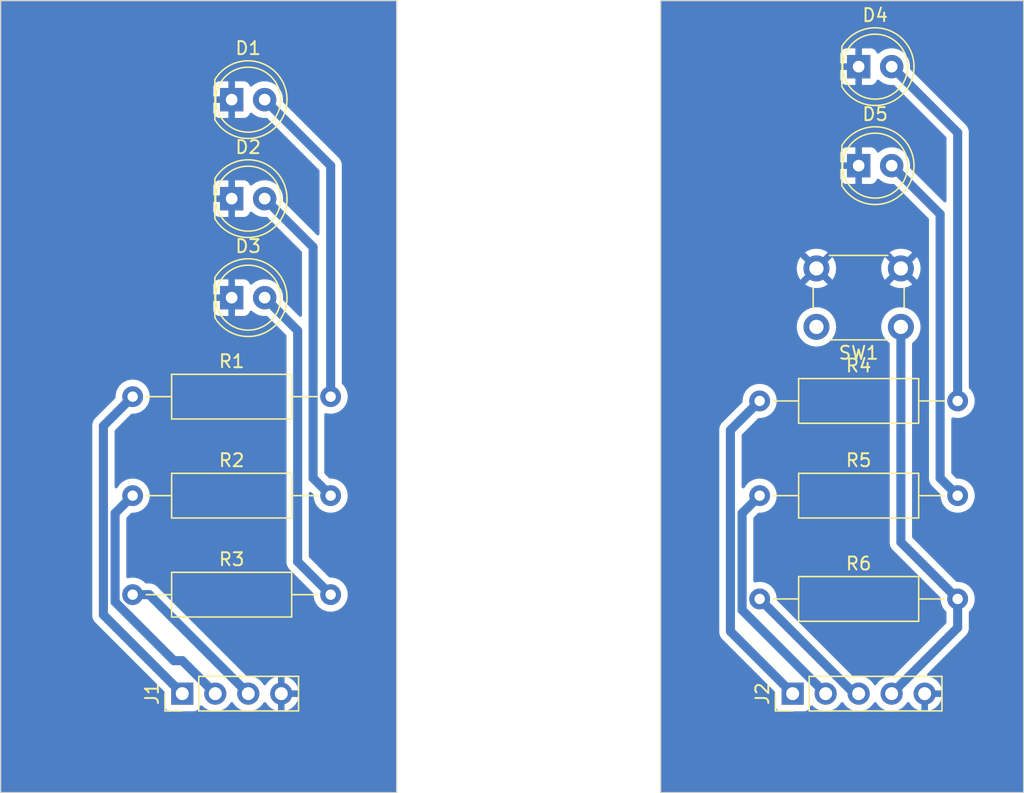
<source format=kicad_pcb>
(kicad_pcb (version 20211014) (generator pcbnew)
  (layers (0 "F.Cu" signal) (31 "B.Cu" signal) (34 "B.Paste" user) (35 "F.Paste" user) (36 "B.SilkS" user "B.Silkscreen") (37 "F.SilkS" user "F.Silkscreen") (38 "B.Mask" user) (39 "F.Mask" user) (44 "Edge.Cuts" user))
  (net 0 "")
  (net 1 "GND")
  (net 2 "Net-(D1-Pad2)")
  (net 3 "Net-(D2-Pad2)")
  (net 4 "Net-(D3-Pad2)")
  (net 5 "Net-(R4-Pad2)")
  (net 6 "Net-(R5-Pad2)")
  (net 7 "Net-(J1-Pad1)")
  (net 8 "Net-(J1-Pad2)")
  (net 9 "Net-(J1-Pad3)")
  (net 10 "Net-(R4-Pad1)")
  (net 11 "Net-(R5-Pad1)")
  (net 12 "Net-(R6-Pad1)")
  (net 13 "Net-(R6-Pad2)")
  (footprint "Resistor_THT:R_Axial_DIN0309_L9.0mm_D3.2mm_P15.24mm_Horizontal" (layer "F.Cu") (at 142.24 76.53)
    (fp_text reference "R6" (at 7.62 -2.72) (layer "F.SilkS"))
    (fp_text value "R")
    (fp_line (start 12.24 -1.72) (end 3 -1.72) (layer "F.SilkS") (width 0.12))
    (fp_line (start 3 -1.72) (end 3 1.72) (layer "F.SilkS") (width 0.12))
    (fp_line (start 14.2 0) (end 12.24 0) (layer "F.SilkS") (width 0.12))
    (fp_line (start 12.24 1.72) (end 12.24 -1.72) (layer "F.SilkS") (width 0.12))
    (fp_line (start 3 1.72) (end 12.24 1.72) (layer "F.SilkS") (width 0.12))
    (fp_line (start 1.04 0) (end 3 0) (layer "F.SilkS") (width 0.12))
    (pad "1" thru_hole circle (at 0 0) (size 1.6 1.6) (drill 0.8) (layers *.Cu *.Mask) (net 12 "Net-(R6-Pad1)"))
    (pad "2" thru_hole oval (at 15.24 0) (size 1.6 1.6) (drill 0.8) (layers *.Cu *.Mask) (net 13 "Net-(R6-Pad2)"))
  )
  (footprint "LED_THT:LED_D5.0mm" (layer "F.Cu") (at 101.6 45.72)
    (fp_text reference "D2" (at 1.27 -3.96) (layer "F.SilkS"))
    (fp_text value "LED")
    (fp_line (start -1.29 -1.545) (end -1.29 1.545) (layer "F.SilkS") (width 0.12))
    (fp_arc (start 4.26 -0.000462) (mid 2.072002 2.880433) (end -1.29 1.54483) (layer "F.SilkS") (width 0.12))
    (fp_arc (start -1.29 -1.54483) (mid 2.072002 -2.880433) (end 4.26 0.000462) (layer "F.SilkS") (width 0.12))
    (fp_circle (center 1.27 0) (end 3.77 0) (layer "F.SilkS") (width 0.12) (fill none))
    (pad "1" thru_hole rect (at 0 0) (size 1.8 1.8) (drill 0.9) (layers *.Cu *.Mask) (net 1 "GND"))
    (pad "2" thru_hole circle (at 2.54 0) (size 1.8 1.8) (drill 0.9) (layers *.Cu *.Mask) (net 3 "Net-(D2-Pad2)"))
  )
  (footprint "Resistor_THT:R_Axial_DIN0309_L9.0mm_D3.2mm_P15.24mm_Horizontal" (layer "F.Cu") (at 93.98 60.96)
    (fp_text reference "R1" (at 7.62 -2.72) (layer "F.SilkS"))
    (fp_text value "R")
    (fp_line (start 1.04 0) (end 3 0) (layer "F.SilkS") (width 0.12))
    (fp_line (start 3 1.72) (end 12.24 1.72) (layer "F.SilkS") (width 0.12))
    (fp_line (start 14.2 0) (end 12.24 0) (layer "F.SilkS") (width 0.12))
    (fp_line (start 3 -1.72) (end 3 1.72) (layer "F.SilkS") (width 0.12))
    (fp_line (start 12.24 1.72) (end 12.24 -1.72) (layer "F.SilkS") (width 0.12))
    (fp_line (start 12.24 -1.72) (end 3 -1.72) (layer "F.SilkS") (width 0.12))
    (pad "1" thru_hole circle (at 0 0) (size 1.6 1.6) (drill 0.8) (layers *.Cu *.Mask) (net 7 "Net-(J1-Pad1)"))
    (pad "2" thru_hole oval (at 15.24 0) (size 1.6 1.6) (drill 0.8) (layers *.Cu *.Mask) (net 2 "Net-(D1-Pad2)"))
  )
  (footprint "Button_Switch_THT:SW_PUSH_6mm_H5mm" (layer "F.Cu") (at 153.11 55.59 180)
    (fp_text reference "SW1" (at 3.25 -2) (layer "F.SilkS"))
    (fp_text value "SW_Push")
    (fp_line (start 1 5.5) (end 5.5 5.5) (layer "F.SilkS") (width 0.12))
    (fp_line (start 5.5 -1) (end 1 -1) (layer "F.SilkS") (width 0.12))
    (fp_line (start -0.25 1.5) (end -0.25 3) (layer "F.SilkS") (width 0.12))
    (fp_line (start 6.75 3) (end 6.75 1.5) (layer "F.SilkS") (width 0.12))
    (pad "1" thru_hole circle (at 6.5 0 270) (size 2 2) (drill 1.1) (layers *.Cu *.Mask) (net 13 "Net-(R6-Pad2)"))
    (pad "1" thru_hole circle (at 0 0 270) (size 2 2) (drill 1.1) (layers *.Cu *.Mask) (net 13 "Net-(R6-Pad2)"))
    (pad "2" thru_hole circle (at 0 4.5 270) (size 2 2) (drill 1.1) (layers *.Cu *.Mask) (net 1 "GND"))
    (pad "2" thru_hole circle (at 6.5 4.5 270) (size 2 2) (drill 1.1) (layers *.Cu *.Mask) (net 1 "GND"))
  )
  (footprint "LED_THT:LED_D5.0mm" (layer "F.Cu") (at 101.6 53.34)
    (fp_text reference "D3" (at 1.27 -3.96) (layer "F.SilkS"))
    (fp_text value "LED")
    (fp_line (start -1.29 -1.545) (end -1.29 1.545) (layer "F.SilkS") (width 0.12))
    (fp_arc (start 4.26 -0.000462) (mid 2.072002 2.880433) (end -1.29 1.54483) (layer "F.SilkS") (width 0.12))
    (fp_arc (start -1.29 -1.54483) (mid 2.072002 -2.880433) (end 4.26 0.000462) (layer "F.SilkS") (width 0.12))
    (fp_circle (center 1.27 0) (end 3.77 0) (layer "F.SilkS") (width 0.12) (fill none))
    (pad "1" thru_hole rect (at 0 0) (size 1.8 1.8) (drill 0.9) (layers *.Cu *.Mask) (net 1 "GND"))
    (pad "2" thru_hole circle (at 2.54 0) (size 1.8 1.8) (drill 0.9) (layers *.Cu *.Mask) (net 4 "Net-(D3-Pad2)"))
  )
  (footprint "LED_THT:LED_D5.0mm" (layer "F.Cu") (at 101.6 38.1)
    (fp_text reference "D1" (at 1.27 -3.96) (layer "F.SilkS"))
    (fp_text value "LED")
    (fp_line (start -1.29 -1.545) (end -1.29 1.545) (layer "F.SilkS") (width 0.12))
    (fp_arc (start 4.26 -0.000462) (mid 2.072002 2.880433) (end -1.29 1.54483) (layer "F.SilkS") (width 0.12))
    (fp_arc (start -1.29 -1.54483) (mid 2.072002 -2.880433) (end 4.26 0.000462) (layer "F.SilkS") (width 0.12))
    (fp_circle (center 1.27 0) (end 3.77 0) (layer "F.SilkS") (width 0.12) (fill none))
    (pad "1" thru_hole rect (at 0 0) (size 1.8 1.8) (drill 0.9) (layers *.Cu *.Mask) (net 1 "GND"))
    (pad "2" thru_hole circle (at 2.54 0) (size 1.8 1.8) (drill 0.9) (layers *.Cu *.Mask) (net 2 "Net-(D1-Pad2)"))
  )
  (footprint "LED_THT:LED_D5.0mm" (layer "F.Cu") (at 149.86 35.56)
    (fp_text reference "D4" (at 1.27 -3.96) (layer "F.SilkS"))
    (fp_text value "LED")
    (fp_line (start -1.29 -1.545) (end -1.29 1.545) (layer "F.SilkS") (width 0.12))
    (fp_arc (start -1.29 -1.54483) (mid 2.072002 -2.880433) (end 4.26 0.000462) (layer "F.SilkS") (width 0.12))
    (fp_arc (start 4.26 -0.000462) (mid 2.072002 2.880433) (end -1.29 1.54483) (layer "F.SilkS") (width 0.12))
    (fp_circle (center 1.27 0) (end 3.77 0) (layer "F.SilkS") (width 0.12) (fill none))
    (pad "1" thru_hole rect (at 0 0) (size 1.8 1.8) (drill 0.9) (layers *.Cu *.Mask) (net 1 "GND"))
    (pad "2" thru_hole circle (at 2.54 0) (size 1.8 1.8) (drill 0.9) (layers *.Cu *.Mask) (net 5 "Net-(R4-Pad2)"))
  )
  (footprint "LED_THT:LED_D5.0mm" (layer "F.Cu") (at 149.86 43.18)
    (fp_text reference "D5" (at 1.27 -3.96) (layer "F.SilkS"))
    (fp_text value "LED")
    (fp_line (start -1.29 -1.545) (end -1.29 1.545) (layer "F.SilkS") (width 0.12))
    (fp_arc (start 4.26 -0.000462) (mid 2.072002 2.880433) (end -1.29 1.54483) (layer "F.SilkS") (width 0.12))
    (fp_arc (start -1.29 -1.54483) (mid 2.072002 -2.880433) (end 4.26 0.000462) (layer "F.SilkS") (width 0.12))
    (fp_circle (center 1.27 0) (end 3.77 0) (layer "F.SilkS") (width 0.12) (fill none))
    (pad "1" thru_hole rect (at 0 0) (size 1.8 1.8) (drill 0.9) (layers *.Cu *.Mask) (net 1 "GND"))
    (pad "2" thru_hole circle (at 2.54 0) (size 1.8 1.8) (drill 0.9) (layers *.Cu *.Mask) (net 6 "Net-(R5-Pad2)"))
  )
  (footprint "Resistor_THT:R_Axial_DIN0309_L9.0mm_D3.2mm_P15.24mm_Horizontal" (layer "F.Cu") (at 93.98 68.58)
    (fp_text reference "R2" (at 7.62 -2.72) (layer "F.SilkS"))
    (fp_text value "R")
    (fp_line (start 3 1.72) (end 12.24 1.72) (layer "F.SilkS") (width 0.12))
    (fp_line (start 12.24 1.72) (end 12.24 -1.72) (layer "F.SilkS") (width 0.12))
    (fp_line (start 14.2 0) (end 12.24 0) (layer "F.SilkS") (width 0.12))
    (fp_line (start 3 -1.72) (end 3 1.72) (layer "F.SilkS") (width 0.12))
    (fp_line (start 1.04 0) (end 3 0) (layer "F.SilkS") (width 0.12))
    (fp_line (start 12.24 -1.72) (end 3 -1.72) (layer "F.SilkS") (width 0.12))
    (pad "1" thru_hole circle (at 0 0) (size 1.6 1.6) (drill 0.8) (layers *.Cu *.Mask) (net 8 "Net-(J1-Pad2)"))
    (pad "2" thru_hole oval (at 15.24 0) (size 1.6 1.6) (drill 0.8) (layers *.Cu *.Mask) (net 3 "Net-(D2-Pad2)"))
  )
  (footprint "Connector_PinHeader_2.54mm:PinHeader_1x04_P2.54mm_Vertical" (layer "F.Cu") (at 97.8 83.82 90)
    (fp_text reference "J1" (at 0 -2.33 90) (layer "F.SilkS"))
    (fp_text value "Conn_01x04_Male")
    (fp_line (start -1.33 8.95) (end 1.33 8.95) (layer "F.SilkS") (width 0.12))
    (fp_line (start -1.33 -1.33) (end 0 -1.33) (layer "F.SilkS") (width 0.12))
    (fp_line (start -1.33 1.27) (end -1.33 8.95) (layer "F.SilkS") (width 0.12))
    (fp_line (start 1.33 1.27) (end 1.33 8.95) (layer "F.SilkS") (width 0.12))
    (fp_line (start -1.33 0) (end -1.33 -1.33) (layer "F.SilkS") (width 0.12))
    (fp_line (start -1.33 1.27) (end 1.33 1.27) (layer "F.SilkS") (width 0.12))
    (pad "1" thru_hole rect (at 0 0 90) (size 1.7 1.7) (drill 1) (layers *.Cu *.Mask) (net 7 "Net-(J1-Pad1)"))
    (pad "2" thru_hole oval (at 0 2.54 90) (size 1.7 1.7) (drill 1) (layers *.Cu *.Mask) (net 8 "Net-(J1-Pad2)"))
    (pad "3" thru_hole oval (at 0 5.08 90) (size 1.7 1.7) (drill 1) (layers *.Cu *.Mask) (net 9 "Net-(J1-Pad3)"))
    (pad "4" thru_hole oval (at 0 7.62 90) (size 1.7 1.7) (drill 1) (layers *.Cu *.Mask) (net 1 "GND"))
  )
  (footprint "Resistor_THT:R_Axial_DIN0309_L9.0mm_D3.2mm_P15.24mm_Horizontal" (layer "F.Cu") (at 142.24 61.29)
    (fp_text reference "R4" (at 7.62 -2.72) (layer "F.SilkS"))
    (fp_text value "R")
    (fp_line (start 3 -1.72) (end 3 1.72) (layer "F.SilkS") (width 0.12))
    (fp_line (start 12.24 -1.72) (end 3 -1.72) (layer "F.SilkS") (width 0.12))
    (fp_line (start 1.04 0) (end 3 0) (layer "F.SilkS") (width 0.12))
    (fp_line (start 3 1.72) (end 12.24 1.72) (layer "F.SilkS") (width 0.12))
    (fp_line (start 12.24 1.72) (end 12.24 -1.72) (layer "F.SilkS") (width 0.12))
    (fp_line (start 14.2 0) (end 12.24 0) (layer "F.SilkS") (width 0.12))
    (pad "1" thru_hole circle (at 0 0) (size 1.6 1.6) (drill 0.8) (layers *.Cu *.Mask) (net 10 "Net-(R4-Pad1)"))
    (pad "2" thru_hole oval (at 15.24 0) (size 1.6 1.6) (drill 0.8) (layers *.Cu *.Mask) (net 5 "Net-(R4-Pad2)"))
  )
  (footprint "Resistor_THT:R_Axial_DIN0309_L9.0mm_D3.2mm_P15.24mm_Horizontal" (layer "F.Cu") (at 93.98 76.2)
    (fp_text reference "R3" (at 7.62 -2.72) (layer "F.SilkS"))
    (fp_text value "R")
    (fp_line (start 14.2 0) (end 12.24 0) (layer "F.SilkS") (width 0.12))
    (fp_line (start 12.24 1.72) (end 12.24 -1.72) (layer "F.SilkS") (width 0.12))
    (fp_line (start 12.24 -1.72) (end 3 -1.72) (layer "F.SilkS") (width 0.12))
    (fp_line (start 1.04 0) (end 3 0) (layer "F.SilkS") (width 0.12))
    (fp_line (start 3 1.72) (end 12.24 1.72) (layer "F.SilkS") (width 0.12))
    (fp_line (start 3 -1.72) (end 3 1.72) (layer "F.SilkS") (width 0.12))
    (pad "1" thru_hole circle (at 0 0) (size 1.6 1.6) (drill 0.8) (layers *.Cu *.Mask) (net 9 "Net-(J1-Pad3)"))
    (pad "2" thru_hole oval (at 15.24 0) (size 1.6 1.6) (drill 0.8) (layers *.Cu *.Mask) (net 4 "Net-(D3-Pad2)"))
  )
  (footprint "Resistor_THT:R_Axial_DIN0309_L9.0mm_D3.2mm_P15.24mm_Horizontal" (layer "F.Cu") (at 142.24 68.58)
    (fp_text reference "R5" (at 7.62 -2.72) (layer "F.SilkS"))
    (fp_text value "R")
    (fp_line (start 3 1.72) (end 12.24 1.72) (layer "F.SilkS") (width 0.12))
    (fp_line (start 3 -1.72) (end 3 1.72) (layer "F.SilkS") (width 0.12))
    (fp_line (start 1.04 0) (end 3 0) (layer "F.SilkS") (width 0.12))
    (fp_line (start 12.24 -1.72) (end 3 -1.72) (layer "F.SilkS") (width 0.12))
    (fp_line (start 14.2 0) (end 12.24 0) (layer "F.SilkS") (width 0.12))
    (fp_line (start 12.24 1.72) (end 12.24 -1.72) (layer "F.SilkS") (width 0.12))
    (pad "1" thru_hole circle (at 0 0) (size 1.6 1.6) (drill 0.8) (layers *.Cu *.Mask) (net 11 "Net-(R5-Pad1)"))
    (pad "2" thru_hole oval (at 15.24 0) (size 1.6 1.6) (drill 0.8) (layers *.Cu *.Mask) (net 6 "Net-(R5-Pad2)"))
  )
  (footprint "Connector_PinHeader_2.54mm:PinHeader_1x05_P2.54mm_Vertical" (layer "F.Cu") (at 144.78 83.82 90)
    (fp_text reference "J2" (at 0 -2.33 90) (layer "F.SilkS"))
    (fp_text value "Conn_01x05_Male")
    (fp_line (start -1.33 11.49) (end 1.33 11.49) (layer "F.SilkS") (width 0.12))
    (fp_line (start -1.33 1.27) (end 1.33 1.27) (layer "F.SilkS") (width 0.12))
    (fp_line (start 1.33 1.27) (end 1.33 11.49) (layer "F.SilkS") (width 0.12))
    (fp_line (start -1.33 0) (end -1.33 -1.33) (layer "F.SilkS") (width 0.12))
    (fp_line (start -1.33 -1.33) (end 0 -1.33) (layer "F.SilkS") (width 0.12))
    (fp_line (start -1.33 1.27) (end -1.33 11.49) (layer "F.SilkS") (width 0.12))
    (pad "1" thru_hole rect (at 0 0 90) (size 1.7 1.7) (drill 1) (layers *.Cu *.Mask) (net 10 "Net-(R4-Pad1)"))
    (pad "2" thru_hole oval (at 0 2.54 90) (size 1.7 1.7) (drill 1) (layers *.Cu *.Mask) (net 11 "Net-(R5-Pad1)"))
    (pad "3" thru_hole oval (at 0 5.08 90) (size 1.7 1.7) (drill 1) (layers *.Cu *.Mask) (net 12 "Net-(R6-Pad1)"))
    (pad "4" thru_hole oval (at 0 7.62 90) (size 1.7 1.7) (drill 1) (layers *.Cu *.Mask) (net 13 "Net-(R6-Pad2)"))
    (pad "5" thru_hole oval (at 0 10.16 90) (size 1.7 1.7) (drill 1) (layers *.Cu *.Mask) (net 1 "GND"))
  )
  (gr_line (start 83.82 91.44) (end 114.3 91.44) (layer "Edge.Cuts") (width 0.1))
  (gr_line (start 162.56 30.48) (end 134.62 30.48) (layer "Edge.Cuts") (width 0.1))
  (gr_line (start 114.3 30.48) (end 83.82 30.48) (layer "Edge.Cuts") (width 0.1))
  (gr_line (start 114.3 91.44) (end 114.3 30.48) (layer "Edge.Cuts") (width 0.1))
  (gr_line (start 83.82 30.48) (end 83.82 91.44) (layer "Edge.Cuts") (width 0.1))
  (gr_line (start 134.62 30.48) (end 134.62 91.44) (layer "Edge.Cuts") (width 0.1))
  (gr_line (start 162.56 91.44) (end 162.56 30.48) (layer "Edge.Cuts") (width 0.1))
  (gr_line (start 134.62 91.44) (end 162.56 91.44) (layer "Edge.Cuts") (width 0.1))
  (segment (start 109.22 43.18) (end 109.22 60.96) (width 0.7) (layer "B.Cu") (net 2))
  (segment (start 104.14 38.1) (end 109.22 43.18) (width 0.7) (layer "B.Cu") (net 2))
  (segment (start 104.14 45.72) (end 107.870489 49.450489) (width 0.7) (layer "B.Cu") (net 3))
  (segment (start 107.870489 67.230489) (end 109.22 68.58) (width 0.7) (layer "B.Cu") (net 3))
  (segment (start 107.870489 49.450489) (end 107.870489 67.230489) (width 0.7) (layer "B.Cu") (net 3))
  (segment (start 104.14 53.34) (end 106.68 55.88) (width 0.7) (layer "B.Cu") (net 4))
  (segment (start 106.68 73.66) (end 109.22 76.2) (width 0.7) (layer "B.Cu") (net 4))
  (segment (start 106.68 55.88) (end 106.68 73.66) (width 0.7) (layer "B.Cu") (net 4))
  (segment (start 152.4 35.56) (end 157.48 40.64) (width 0.7) (layer "B.Cu") (net 5))
  (segment (start 157.48 40.64) (end 157.48 61.29) (width 0.7) (layer "B.Cu") (net 5))
  (segment (start 157.81 68.91) (end 157.48 68.58) (width 0.7) (layer "B.Cu") (net 6))
  (segment (start 156.130489 67.230489) (end 157.48 68.58) (width 0.7) (layer "B.Cu") (net 6))
  (segment (start 156.130489 46.910489) (end 156.130489 67.230489) (width 0.7) (layer "B.Cu") (net 6))
  (segment (start 152.4 43.18) (end 156.130489 46.910489) (width 0.7) (layer "B.Cu") (net 6))
  (segment (start 91.730969 77.750969) (end 91.730969 63.209031) (width 0.7) (layer "B.Cu") (net 7))
  (segment (start 97.8 83.82) (end 91.730969 77.750969) (width 0.7) (layer "B.Cu") (net 7))
  (segment (start 91.730969 63.209031) (end 93.98 60.96) (width 0.7) (layer "B.Cu") (net 7))
  (segment (start 97.8 81.28) (end 100.34 83.82) (width 0.7) (layer "B.Cu") (net 8))
  (segment (start 93.98 68.58) (end 92.630489 69.929511) (width 0.7) (layer "B.Cu") (net 8))
  (segment (start 92.630489 76.758987) (end 97.151502 81.28) (width 0.7) (layer "B.Cu") (net 8))
  (segment (start 92.630489 69.929511) (end 92.630489 76.758987) (width 0.7) (layer "B.Cu") (net 8))
  (segment (start 97.151502 81.28) (end 97.8 81.28) (width 0.7) (layer "B.Cu") (net 8))
  (segment (start 93.98 76.2) (end 95.26 76.2) (width 0.7) (layer "B.Cu") (net 9))
  (segment (start 95.26 76.2) (end 102.88 83.82) (width 0.7) (layer "B.Cu") (net 9))
  (segment (start 139.990969 79.030969) (end 144.78 83.82) (width 0.7) (layer "B.Cu") (net 10))
  (segment (start 142.24 61.29) (end 139.990969 63.539031) (width 0.7) (layer "B.Cu") (net 10))
  (segment (start 139.990969 63.539031) (end 139.990969 79.030969) (width 0.7) (layer "B.Cu") (net 10))
  (segment (start 140.890489 69.929511) (end 140.890489 77.390489) (width 0.7) (layer "B.Cu") (net 11))
  (segment (start 142.24 68.58) (end 140.890489 69.929511) (width 0.7) (layer "B.Cu") (net 11))
  (segment (start 140.890489 77.390489) (end 147.32 83.82) (width 0.7) (layer "B.Cu") (net 11))
  (segment (start 142.24 76.53) (end 149.53 83.82) (width 0.7) (layer "B.Cu") (net 12))
  (segment (start 149.53 83.82) (end 149.86 83.82) (width 0.7) (layer "B.Cu") (net 12))
  (segment (start 153.11 72.16) (end 157.48 76.53) (width 0.7) (layer "B.Cu") (net 13))
  (segment (start 157.48 76.53) (end 157.48 78.74) (width 0.7) (layer "B.Cu") (net 13))
  (segment (start 157.48 78.74) (end 152.4 83.82) (width 0.7) (layer "B.Cu") (net 13))
  (segment (start 153.11 55.59) (end 153.11 72.16) (width 0.7) (layer "B.Cu") (net 13))
  (zone (net 1) (net_name "GND") (layer "B.Cu") (connect_pads (clearance 0.508)) (min_thickness 0.254) (fill yes (thermal_gap 0.508) (thermal_bridge_width 0.508))
    (polygon (pts (xy 114.3 91.44) (xy 83.82 91.44) (xy 83.82 30.48) (xy 114.3 30.48)))
  )
  (zone (net 1) (net_name "GND") (layer "B.Cu") (connect_pads (clearance 0.508)) (min_thickness 0.254) (fill yes (thermal_gap 0.508) (thermal_bridge_width 0.508))
    (polygon (pts (xy 162.56 91.44) (xy 134.62 91.44) (xy 134.62 30.48) (xy 162.56 30.48)))
  )
)
</source>
